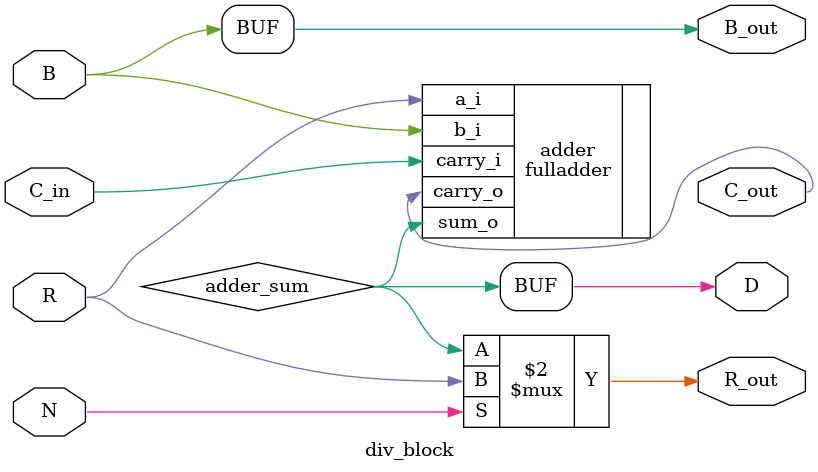
<source format=sv>
module div_block(
  input  logic R,
  input  logic B,
  input  logic C_in,
  input  logic N,

  output logic C_out,
  output logic D,
  output logic B_out,
  output logic R_out
);

logic adder_sum;

fulladder adder(
  .a_i(R),
  .b_i(B),
  .carry_i(C_in),
  .sum_o(adder_sum),

  .carry_o(C_out)
);


always_comb begin
  D     = adder_sum;
  B_out = B;
  R_out = N? R : adder_sum;
end


endmodule

</source>
